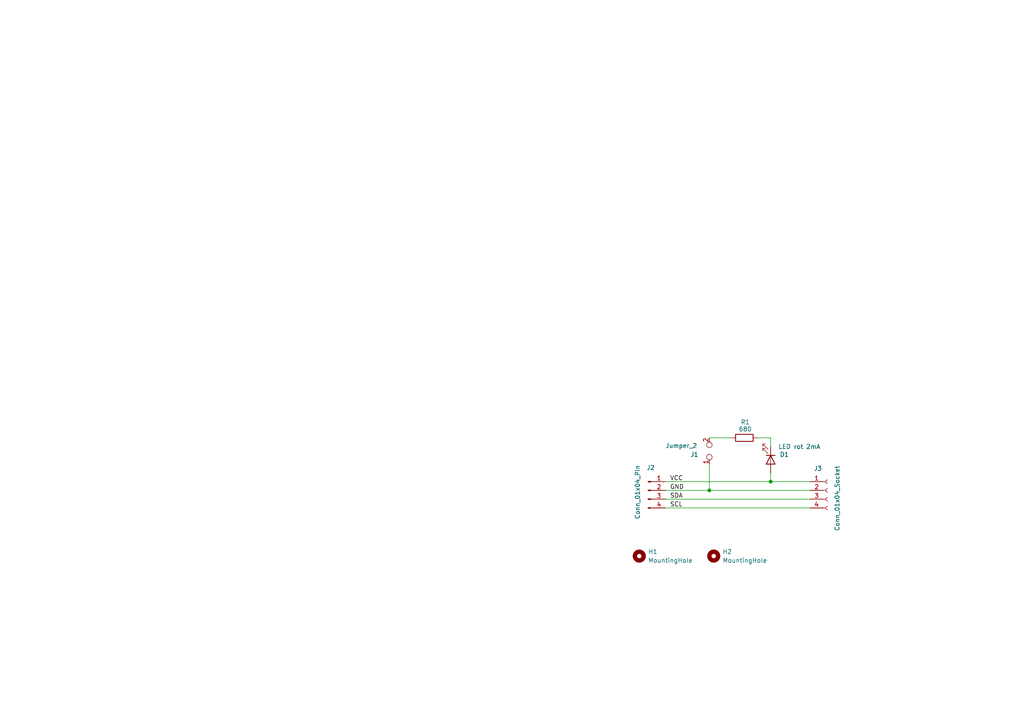
<source format=kicad_sch>
(kicad_sch (version 20231120) (generator "eeschema") (generator_version "8.0")
  (paper "A4")
  (title_block (date "2025-01-19"))
  (lib_symbols
    (symbol "Connector:Conn_01x04_Pin" (pin_names (offset 1.016) hide)
      (property "Reference" "J" (at 0 5.08 0))
      (property "Value" "Conn_01x04_Pin" (at 0 -7.62 0))
      (symbol "Conn_01x04_Pin_1_1"
        (polyline (pts (xy 1.27 -5.08) (xy 0.8636 -5.08)) (stroke (width 0.1524)))
        (polyline (pts (xy 1.27 -2.54) (xy 0.8636 -2.54)) (stroke (width 0.1524)))
        (polyline (pts (xy 1.27 0) (xy 0.8636 0)) (stroke (width 0.1524)))
        (polyline (pts (xy 1.27 2.54) (xy 0.8636 2.54)) (stroke (width 0.1524)))
        (rectangle (start 0.8636 -4.953) (end 0 -5.207) (stroke (width 0.1524)) (fill (type outline)))
        (rectangle (start 0.8636 -2.413) (end 0 -2.667) (stroke (width 0.1524)) (fill (type outline)))
        (rectangle (start 0.8636 0.127) (end 0 -0.127) (stroke (width 0.1524)) (fill (type outline)))
        (rectangle (start 0.8636 2.667) (end 0 2.413) (stroke (width 0.1524)) (fill (type outline)))
        (pin passive line (at 5.08 2.54 180) (length 3.81) (name "Pin_1") (number "1"))
        (pin passive line (at 5.08 0 180) (length 3.81) (name "Pin_2") (number "2"))
        (pin passive line (at 5.08 -2.54 180) (length 3.81) (name "Pin_3") (number "3"))
        (pin passive line (at 5.08 -5.08 180) (length 3.81) (name "Pin_4") (number "4"))
      )
    )
    (symbol "Connector:Conn_01x04_Socket" (pin_names (offset 1.016) hide)
      (property "Reference" "J" (at 0 5.08 0))
      (property "Value" "Conn_01x04_Socket" (at 0 -7.62 0))
      (symbol "Conn_01x04_Socket_1_1"
        (arc (start 0 -4.572) (mid -0.5058 -5.08) (end 0 -5.588) (stroke (width 0.1524)))
        (arc (start 0 -2.032) (mid -0.5058 -2.54) (end 0 -3.048) (stroke (width 0.1524)))
        (polyline (pts (xy -1.27 -5.08) (xy -0.508 -5.08)) (stroke (width 0.1524)))
        (polyline (pts (xy -1.27 -2.54) (xy -0.508 -2.54)) (stroke (width 0.1524)))
        (polyline (pts (xy -1.27 0) (xy -0.508 0)) (stroke (width 0.1524)))
        (polyline (pts (xy -1.27 2.54) (xy -0.508 2.54)) (stroke (width 0.1524)))
        (arc (start 0 0.508) (mid -0.5058 0) (end 0 -0.508) (stroke (width 0.1524)))
        (arc (start 0 3.048) (mid -0.5058 2.54) (end 0 2.032) (stroke (width 0.1524)))
        (pin passive line (at -5.08 2.54 0) (length 3.81) (name "Pin_1") (number "1"))
        (pin passive line (at -5.08 0 0) (length 3.81) (name "Pin_2") (number "2"))
        (pin passive line (at -5.08 -2.54 0) (length 3.81) (name "Pin_3") (number "3"))
        (pin passive line (at -5.08 -5.08 0) (length 3.81) (name "Pin_4") (number "4"))
      )
    )
    (symbol "Device:LED" (pin_numbers hide) (pin_names (offset 1.016) hide)
      (property "Reference" "D" (at 0 2.54 0))
      (property "Value" "LED" (at 0 -2.54 0))
      (symbol "LED_0_1"
        (polyline (pts (xy -1.27 -1.27) (xy -1.27 1.27)) (stroke (width 0.254)))
        (polyline (pts (xy -1.27 0) (xy 1.27 0)))
        (polyline (pts (xy 1.27 -1.27) (xy 1.27 1.27) (xy -1.27 0) (xy 1.27 -1.27)) (stroke (width 0.254)))
        (polyline (pts (xy -3.048 -0.762) (xy -4.572 -2.286) (xy -3.81 -2.286) (xy -4.572 -2.286) (xy -4.572 -1.524)))
        (polyline (pts (xy -1.778 -0.762) (xy -3.302 -2.286) (xy -2.54 -2.286) (xy -3.302 -2.286) (xy -3.302 -1.524)))
      )
      (symbol "LED_1_1"
        (pin passive line (at -3.81 0 0) (length 2.54) (name "K") (number "1"))
        (pin passive line (at 3.81 0 180) (length 2.54) (name "A") (number "2"))
      )
    )
    (symbol "Device:R" (pin_numbers hide) (pin_names (offset 0))
      (property "Reference" "R" (at 2.032 0 90))
      (property "Value" "R" (at 0 0 90))
      (symbol "R_0_1"
        (rectangle (start -1.016 -2.54) (end 1.016 2.54) (stroke (width 0.254)))
      )
      (symbol "R_1_1"
        (pin passive line (at 0 3.81 270) (length 1.27) (name "~") (number "1"))
        (pin passive line (at 0 -3.81 90) (length 1.27) (name "~") (number "2"))
      )
    )
    (symbol "_kh_library:Jumper_2" (pin_names (offset 1.016) hide)
      (property "Reference" "J" (at 2.54 3.302 0))
      (property "Value" "Jumper_2" (at 3.81 -2.032 0))
      (symbol "Jumper_2_0_1"
        (circle (center 2.032 0) (radius 0.8032))
        (circle (center 5.588 0) (radius 0.8032))
      )
      (symbol "Jumper_2_1_1"
        (pin passive line (at 0 0 0) (length 1.27) (name "Pin_1") (number "1"))
        (pin passive line (at 7.62 0 180) (length 1.27) (name "Pin_2") (number "2"))
      )
    )
    (symbol "_kh_library:MountingHole" (pin_names (offset 1.016)) (exclude_from_sim yes) (in_bom no)
      (property "Reference" "H" (at 0 5.08 0))
      (property "Value" "MountingHole" (at 0 3.175 0))
      (symbol "MountingHole_0_1"
        (circle (center 0 0) (radius 1.27) (stroke (width 1.27)))
      )
    )
  )
  (junction (at 205.74 142.24))
  (junction (at 223.52 139.7))
  (wire (pts (xy 205.74 134.62) (xy 205.74 142.24)))
  (wire (pts (xy 223.52 139.7) (xy 234.95 139.7)))
  (wire (pts (xy 193.04 147.32) (xy 234.95 147.32)))
  (wire (pts (xy 219.71 127) (xy 223.52 127)))
  (wire (pts (xy 205.74 127) (xy 212.09 127)))
  (wire (pts (xy 193.04 139.7) (xy 223.52 139.7)))
  (wire (pts (xy 193.04 142.24) (xy 205.74 142.24)))
  (wire (pts (xy 223.52 137.16) (xy 223.52 139.7)))
  (wire (pts (xy 193.04 144.78) (xy 234.95 144.78)))
  (wire (pts (xy 223.52 127) (xy 223.52 129.54)))
  (wire (pts (xy 205.74 142.24) (xy 234.95 142.24)))
  (label "VCC" (at 194.31 139.7 0))
  (label "SDA" (at 194.31 144.78 0))
  (label "GND" (at 194.31 142.24 0))
  (label "SCL" (at 194.31 147.32 0))
  (symbol (lib_id "_kh_library:MountingHole") (at 185.42 161.29 0) (unit 1) (exclude_from_sim yes) (in_bom no)
    (property "Reference" "H1" (at 187.96 160.0199 0) (effects (justify left)))
    (property "Value" "MountingHole" (at 187.96 162.5599 0) (effects (justify left)))
    (property "Footprint" "_kh_library:MountingHole_2.2mm_M2_Pad_TopBottom_kh" (effects (hide yes)))
    (property "Description" "Mounting Hole without connection" (effects (hide yes)))
  )
  (symbol (lib_id "Connector:Conn_01x04_Socket") (at 240.03 142.24 0) (unit 1)
    (property "Reference" "J3" (at 237.236 135.89 0))
    (property "Value" "Conn_01x04_Socket" (at 242.824 144.526 90))
    (property "Footprint" "_kh_library:PinSocket_1x04_P2.54mm_Vertical_kh" (effects (hide yes)))
    (property "Description" "Generic connector, single row, 01x04, script generated" (effects (hide yes)))
  )
  (symbol (lib_id "_kh_library:Jumper_2") (at 205.74 134.62 90) (unit 1)
    (property "Reference" "J1" (at 201.422 131.826 90))
    (property "Value" "Jumper_2" (at 197.612 129.286 90))
    (property "Footprint" "_kh_library:PinSocket_1x02_P2.54mm_Vertical_kh" (effects (hide yes)))
    (property "Description" "Jumper_2" (effects (hide yes)))
  )
  (symbol (lib_id "Connector:Conn_01x04_Pin") (at 187.96 142.24 0) (unit 1)
    (property "Reference" "J2" (at 188.722 135.636 0))
    (property "Value" "Conn_01x04_Pin" (at 184.912 142.748 90))
    (property "Footprint" "_kh_library:PinSocket_1x04_P2.54mm_Vertical_kh" (effects (hide yes)))
    (property "Description" "Generic connector, single row, 01x04, script generated" (effects (hide yes)))
  )
  (symbol (lib_id "_kh_library:MountingHole") (at 207.01 161.29 0) (unit 1) (exclude_from_sim yes) (in_bom no)
    (property "Reference" "H2" (at 209.55 160.0199 0) (effects (justify left)))
    (property "Value" "MountingHole" (at 209.55 162.5599 0) (effects (justify left)))
    (property "Footprint" "_kh_library:MountingHole_2.2mm_M2_Pad_TopBottom_kh" (effects (hide yes)))
    (property "Description" "Mounting Hole without connection" (effects (hide yes)))
  )
  (symbol (lib_id "Device:LED") (at 223.52 133.35 270) (unit 1)
    (property "Reference" "D1" (at 228.854 131.826 90) (effects (justify right)))
    (property "Value" "LED rot 2mA" (at 237.998 129.54 90) (effects (justify right)))
    (property "Footprint" "LED_THT:LED_D3.0mm" (effects (hide yes)))
  )
  (symbol (lib_id "Device:R") (at 215.9 127 90) (unit 1)
    (property "Reference" "R1" (at 216.154 122.428 90))
    (property "Value" "680" (at 216.154 124.46 90))
    (property "Footprint" "_kh_library:R_Axial_DIN0204_L3.6mm_D1.6mm_P2.54mm_Vertical_kh" (effects (hide yes)))
  )
)
</source>
